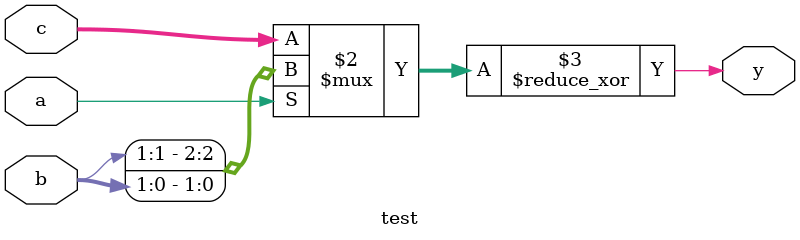
<source format=v>
module test (a, b, c, y);
    input a;
    input signed [1:0] b;
    input signed [2:0] c;
    output y;
    assign #(12.5, 14.5) y = ^(a ? b : c);
endmodule

</source>
